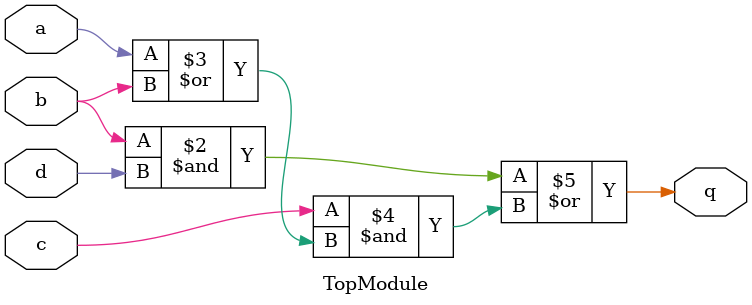
<source format=sv>
module TopModule (
    input logic a,  // Single-bit input signal, active-high.
    input logic b,  // Single-bit input signal, active-high.
    input logic c,  // Single-bit input signal, active-high.
    input logic d,  // Single-bit input signal, active-high.
    output logic q  // Single-bit output signal, active-high.
);

    always @(*) begin
        q = (b & d) | (c & (a | b));
    end

endmodule
</source>
